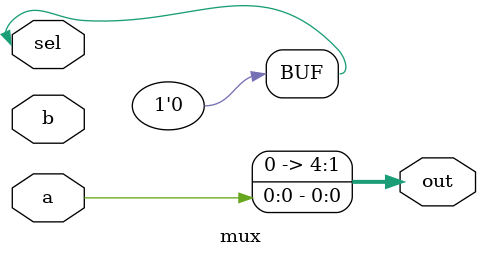
<source format=v>
module mux( 
input [4:0] a, b,
input sel,
output [4:0] out );
// When sel=0, assign a to out. 
// When sel=1, assign b to out.
// When sel=2, assign a and b to out.

assign out[4:0] = a[sel];

initial begin
  out = a[0];
  sel = 0;
end

endmodule

</source>
